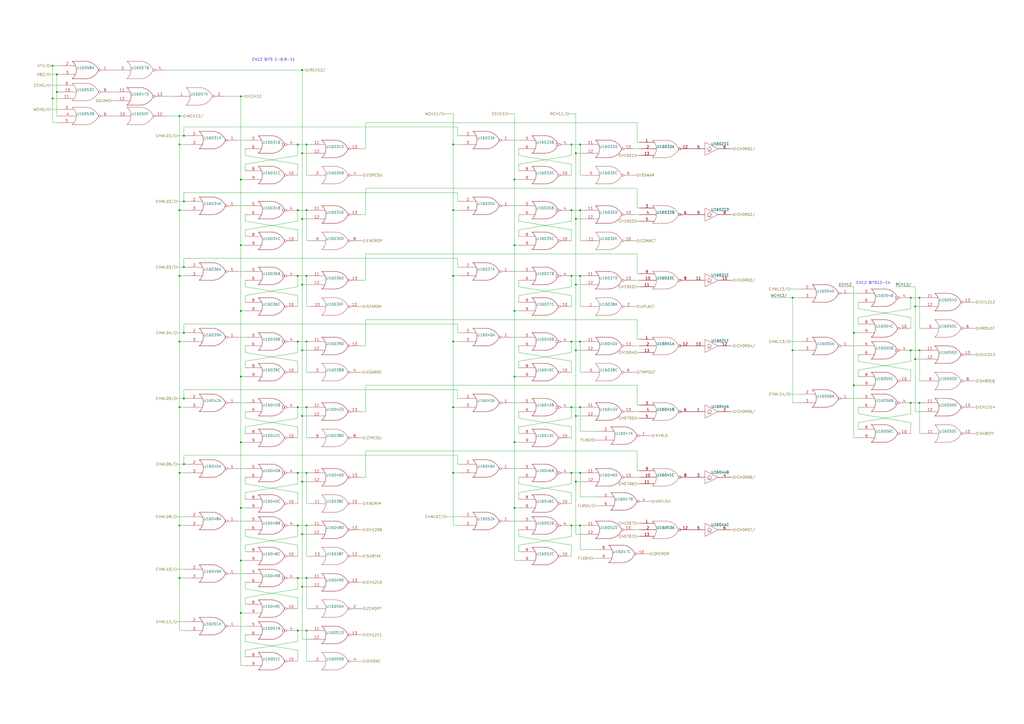
<source format=kicad_sch>
(kicad_sch (version 20211123) (generator eeschema)
  (paper "A2")
  (junction (at 106.68 231.14))
  (junction (at 106.68 154.94))
  (junction (at 175.26 241.3))
  (junction (at 104.14 335.28))
  (junction (at 177.8 335.28))
  (junction (at 334.01 165.1))
  (junction (at 298.45 142.24))
  (junction (at 459.74 203.2))
  (junction (at 177.8 274.32))
  (junction (at 139.7 180.34))
  (junction (at 262.89 274.32))
  (junction (at 104.14 83.82))
  (junction (at 459.74 172.72))
  (junction (at 334.01 279.4))
  (junction (at 530.86 208.28))
  (junction (at 104.14 198.12))
  (junction (at 104.14 274.32))
  (junction (at 336.55 274.32))
  (junction (at 139.7 256.54))
  (junction (at 33.02 43.18))
  (junction (at 334.01 88.9))
  (junction (at 175.26 340.36))
  (junction (at 172.72 304.8))
  (junction (at 139.7 355.6))
  (junction (at 533.4 233.68))
  (junction (at 139.7 55.88))
  (junction (at 334.01 127))
  (junction (at 528.32 172.72))
  (junction (at 30.48 57.15))
  (junction (at 104.14 121.92))
  (junction (at 139.7 325.12))
  (junction (at 172.72 83.82))
  (junction (at 172.72 274.32))
  (junction (at 175.26 127))
  (junction (at 262.89 121.92))
  (junction (at 495.3 193.04))
  (junction (at 175.26 279.4))
  (junction (at 298.45 294.64))
  (junction (at 336.55 198.12))
  (junction (at 177.8 304.8))
  (junction (at 172.72 160.02))
  (junction (at 104.14 236.22))
  (junction (at 175.26 88.9))
  (junction (at 262.89 236.22))
  (junction (at 106.68 116.84))
  (junction (at 334.01 203.2))
  (junction (at 172.72 335.28))
  (junction (at 533.4 172.72))
  (junction (at 177.8 236.22))
  (junction (at 262.89 160.02))
  (junction (at 175.26 40.64))
  (junction (at 262.89 83.82))
  (junction (at 336.55 160.02))
  (junction (at 334.01 241.3))
  (junction (at 336.55 236.22))
  (junction (at 336.55 83.82))
  (junction (at 106.68 193.04))
  (junction (at 298.45 180.34))
  (junction (at 177.8 160.02))
  (junction (at 172.72 198.12))
  (junction (at 177.8 83.82))
  (junction (at 106.68 269.24))
  (junction (at 331.47 121.92))
  (junction (at 104.14 67.31))
  (junction (at 106.68 78.74))
  (junction (at 177.8 121.92))
  (junction (at 175.26 203.2))
  (junction (at 104.14 160.02))
  (junction (at 172.72 121.92))
  (junction (at 30.48 38.1))
  (junction (at 177.8 198.12))
  (junction (at 139.7 142.24))
  (junction (at 336.55 304.8))
  (junction (at 530.86 177.8))
  (junction (at 139.7 218.44))
  (junction (at 262.89 198.12))
  (junction (at 331.47 236.22))
  (junction (at 331.47 304.8))
  (junction (at 298.45 218.44))
  (junction (at 331.47 83.82))
  (junction (at 336.55 121.92))
  (junction (at 495.3 223.52))
  (junction (at 139.7 294.64))
  (junction (at 298.45 256.54))
  (junction (at 331.47 198.12))
  (junction (at 175.26 165.1))
  (junction (at 528.32 203.2))
  (junction (at 533.4 203.2))
  (junction (at 172.72 236.22))
  (junction (at 33.02 53.34))
  (junction (at 172.72 365.76))
  (junction (at 298.45 104.14))
  (junction (at 139.7 104.14))
  (junction (at 528.32 233.68))
  (junction (at 175.26 309.88))
  (junction (at 331.47 160.02))
  (junction (at 177.8 365.76))
  (junction (at 104.14 304.8))
  (junction (at 331.47 274.32))
  (wire (pts (xy 142.24 209.55) (xy 142.24 213.36)))
  (wire (pts (xy 172.72 365.76) (xy 172.72 372.11)))
  (wire (pts (xy 370.84 128.27) (xy 369.57 128.27)))
  (wire (pts (xy 104.14 335.28) (xy 107.95 335.28)))
  (wire (pts (xy 142.24 280.67) (xy 142.24 276.86)))
  (wire (pts (xy 424.18 238.76) (xy 425.45 238.76)))
  (wire (pts (xy 30.48 38.1) (xy 30.48 57.15)))
  (wire (pts (xy 172.72 95.25) (xy 142.24 90.17)))
  (wire (pts (xy 566.42 190.5) (xy 565.15 190.5)))
  (wire (pts (xy 139.7 294.64) (xy 139.7 325.12)))
  (wire (pts (xy 370.84 307.34) (xy 368.3 307.34)))
  (wire (pts (xy 334.01 203.2) (xy 334.01 241.3)))
  (wire (pts (xy 331.47 247.65) (xy 300.99 242.57)))
  (wire (pts (xy 138.43 119.38) (xy 142.24 119.38)))
  (wire (pts (xy 102.87 360.68) (xy 107.95 360.68)))
  (wire (pts (xy 172.72 292.1) (xy 172.72 285.75)))
  (wire (pts (xy 210.82 353.06) (xy 209.55 353.06)))
  (wire (pts (xy 30.48 38.1) (xy 34.29 38.1)))
  (wire (pts (xy 331.47 236.22) (xy 336.55 236.22)))
  (wire (pts (xy 533.4 233.68) (xy 533.4 251.46)))
  (wire (pts (xy 102.87 193.04) (xy 106.68 193.04)))
  (wire (pts (xy 212.09 162.56) (xy 212.09 147.32)))
  (wire (pts (xy 177.8 353.06) (xy 179.07 353.06)))
  (wire (pts (xy 265.43 269.24) (xy 266.7 269.24)))
  (wire (pts (xy 370.84 311.15) (xy 369.57 311.15)))
  (wire (pts (xy 334.01 66.04) (xy 334.01 88.9)))
  (wire (pts (xy 530.86 238.76) (xy 534.67 238.76)))
  (wire (pts (xy 104.14 335.28) (xy 104.14 365.76)))
  (wire (pts (xy 331.47 83.82) (xy 331.47 90.17)))
  (wire (pts (xy 138.43 363.22) (xy 142.24 363.22)))
  (wire (pts (xy 172.72 274.32) (xy 177.8 274.32)))
  (wire (pts (xy 334.01 88.9) (xy 337.82 88.9)))
  (wire (pts (xy 265.43 78.74) (xy 266.7 78.74)))
  (wire (pts (xy 172.72 335.28) (xy 172.72 341.63)))
  (wire (pts (xy 370.84 90.17) (xy 369.57 90.17)))
  (wire (pts (xy 172.72 346.71) (xy 142.24 341.63)))
  (wire (pts (xy 210.82 254) (xy 209.55 254)))
  (wire (pts (xy 175.26 279.4) (xy 179.07 279.4)))
  (wire (pts (xy 262.89 160.02) (xy 266.7 160.02)))
  (wire (pts (xy 30.48 71.12) (xy 34.29 71.12)))
  (wire (pts (xy 262.89 83.82) (xy 266.7 83.82)))
  (wire (pts (xy 138.43 271.78) (xy 142.24 271.78)))
  (wire (pts (xy 369.57 303.53) (xy 370.84 303.53)))
  (wire (pts (xy 138.43 157.48) (xy 142.24 157.48)))
  (wire (pts (xy 495.3 254) (xy 497.84 254)))
  (wire (pts (xy 172.72 90.17) (xy 142.24 95.25)))
  (wire (pts (xy 177.8 365.76) (xy 179.07 365.76)))
  (wire (pts (xy 102.87 78.74) (xy 106.68 78.74)))
  (wire (pts (xy 172.72 83.82) (xy 172.72 90.17)))
  (wire (pts (xy 495.3 166.37) (xy 495.3 193.04)))
  (wire (pts (xy 175.26 40.64) (xy 175.26 88.9)))
  (wire (pts (xy 331.47 90.17) (xy 300.99 95.25)))
  (wire (pts (xy 495.3 166.37) (xy 486.41 166.37)))
  (wire (pts (xy 370.84 200.66) (xy 368.3 200.66)))
  (wire (pts (xy 300.99 280.67) (xy 300.99 276.86)))
  (wire (pts (xy 336.55 121.92) (xy 336.55 139.7)))
  (wire (pts (xy 298.45 218.44) (xy 298.45 256.54)))
  (wire (pts (xy 106.68 116.84) (xy 106.68 111.76)))
  (wire (pts (xy 210.82 177.8) (xy 209.55 177.8)))
  (wire (pts (xy 297.18 233.68) (xy 300.99 233.68)))
  (wire (pts (xy 336.55 121.92) (xy 337.82 121.92)))
  (wire (pts (xy 369.57 109.22) (xy 369.57 120.65)))
  (wire (pts (xy 331.47 236.22) (xy 331.47 242.57)))
  (wire (pts (xy 104.14 160.02) (xy 107.95 160.02)))
  (wire (pts (xy 533.4 251.46) (xy 534.67 251.46)))
  (wire (pts (xy 298.45 142.24) (xy 300.99 142.24)))
  (wire (pts (xy 528.32 214.63) (xy 497.84 209.55)))
  (wire (pts (xy 138.43 332.74) (xy 142.24 332.74)))
  (wire (pts (xy 106.68 187.96) (xy 265.43 187.96)))
  (wire (pts (xy 104.14 236.22) (xy 107.95 236.22)))
  (wire (pts (xy 369.57 101.6) (xy 368.3 101.6)))
  (wire (pts (xy 177.8 335.28) (xy 179.07 335.28)))
  (wire (pts (xy 266.7 299.72) (xy 259.08 299.72)))
  (wire (pts (xy 177.8 215.9) (xy 179.07 215.9)))
  (wire (pts (xy 298.45 218.44) (xy 300.99 218.44)))
  (wire (pts (xy 533.4 203.2) (xy 534.67 203.2)))
  (wire (pts (xy 172.72 121.92) (xy 172.72 128.27)))
  (wire (pts (xy 139.7 256.54) (xy 142.24 256.54)))
  (wire (pts (xy 209.55 276.86) (xy 212.09 276.86)))
  (wire (pts (xy 177.8 254) (xy 179.07 254)))
  (wire (pts (xy 106.68 154.94) (xy 106.68 149.86)))
  (wire (pts (xy 172.72 236.22) (xy 172.72 242.57)))
  (wire (pts (xy 172.72 335.28) (xy 177.8 335.28)))
  (wire (pts (xy 528.32 203.2) (xy 533.4 203.2)))
  (wire (pts (xy 458.47 198.12) (xy 463.55 198.12)))
  (wire (pts (xy 172.72 316.23) (xy 142.24 311.15)))
  (wire (pts (xy 172.72 236.22) (xy 177.8 236.22)))
  (wire (pts (xy 297.18 119.38) (xy 300.99 119.38)))
  (wire (pts (xy 172.72 139.7) (xy 172.72 133.35)))
  (wire (pts (xy 370.84 242.57) (xy 369.57 242.57)))
  (wire (pts (xy 172.72 341.63) (xy 142.24 346.71)))
  (wire (pts (xy 212.09 238.76) (xy 212.09 223.52)))
  (wire (pts (xy 336.55 83.82) (xy 337.82 83.82)))
  (wire (pts (xy 172.72 198.12) (xy 172.72 204.47)))
  (wire (pts (xy 530.86 166.37) (xy 530.86 177.8)))
  (wire (pts (xy 139.7 355.6) (xy 142.24 355.6)))
  (wire (pts (xy 447.04 172.72) (xy 459.74 172.72)))
  (wire (pts (xy 378.46 252.73) (xy 377.19 252.73)))
  (wire (pts (xy 175.26 165.1) (xy 175.26 203.2)))
  (wire (pts (xy 106.68 116.84) (xy 107.95 116.84)))
  (wire (pts (xy 265.43 226.06) (xy 265.43 231.14)))
  (wire (pts (xy 334.01 279.4) (xy 337.82 279.4)))
  (wire (pts (xy 298.45 325.12) (xy 300.99 325.12)))
  (wire (pts (xy 177.8 83.82) (xy 179.07 83.82)))
  (wire (pts (xy 139.7 325.12) (xy 142.24 325.12)))
  (wire (pts (xy 336.55 304.8) (xy 337.82 304.8)))
  (wire (pts (xy 29.21 38.1) (xy 30.48 38.1)))
  (wire (pts (xy 175.26 309.88) (xy 179.07 309.88)))
  (wire (pts (xy 300.99 166.37) (xy 300.99 162.56)))
  (wire (pts (xy 172.72 83.82) (xy 177.8 83.82)))
  (wire (pts (xy 337.82 127) (xy 334.01 127)))
  (wire (pts (xy 300.99 104.14) (xy 298.45 104.14)))
  (wire (pts (xy 106.68 226.06) (xy 265.43 226.06)))
  (wire (pts (xy 177.8 304.8) (xy 179.07 304.8)))
  (wire (pts (xy 177.8 101.6) (xy 179.07 101.6)))
  (wire (pts (xy 495.3 193.04) (xy 497.84 193.04)))
  (wire (pts (xy 177.8 160.02) (xy 177.8 177.8)))
  (wire (pts (xy 336.55 139.7) (xy 337.82 139.7)))
  (wire (pts (xy 331.47 280.67) (xy 300.99 285.75)))
  (wire (pts (xy 138.43 81.28) (xy 142.24 81.28)))
  (wire (pts (xy 212.09 185.42) (xy 369.57 185.42)))
  (wire (pts (xy 369.57 261.62) (xy 369.57 273.05)))
  (wire (pts (xy 497.84 179.07) (xy 497.84 175.26)))
  (wire (pts (xy 172.72 204.47) (xy 142.24 209.55)))
  (wire (pts (xy 138.43 302.26) (xy 142.24 302.26)))
  (wire (pts (xy 172.72 177.8) (xy 172.72 171.45)))
  (wire (pts (xy 331.47 242.57) (xy 300.99 247.65)))
  (wire (pts (xy 262.89 274.32) (xy 266.7 274.32)))
  (wire (pts (xy 300.99 133.35) (xy 300.99 137.16)))
  (wire (pts (xy 34.29 63.5) (xy 29.21 63.5)))
  (wire (pts (xy 212.09 109.22) (xy 369.57 109.22)))
  (wire (pts (xy 209.55 86.36) (xy 212.09 86.36)))
  (wire (pts (xy 102.87 154.94) (xy 106.68 154.94)))
  (wire (pts (xy 172.72 322.58) (xy 172.72 316.23)))
  (wire (pts (xy 106.68 231.14) (xy 107.95 231.14)))
  (wire (pts (xy 369.57 196.85) (xy 370.84 196.85)))
  (wire (pts (xy 297.18 157.48) (xy 300.99 157.48)))
  (wire (pts (xy 369.57 120.65) (xy 370.84 120.65)))
  (wire (pts (xy 106.68 149.86) (xy 265.43 149.86)))
  (wire (pts (xy 30.48 57.15) (xy 34.29 57.15)))
  (wire (pts (xy 336.55 236.22) (xy 336.55 250.19)))
  (wire (pts (xy 495.3 223.52) (xy 495.3 254)))
  (wire (pts (xy 331.47 304.8) (xy 331.47 311.15)))
  (wire (pts (xy 378.46 290.83) (xy 377.19 290.83)))
  (wire (pts (xy 66.04 58.42) (xy 64.77 58.42)))
  (wire (pts (xy 265.43 111.76) (xy 265.43 116.84)))
  (wire (pts (xy 142.24 372.11) (xy 142.24 368.3)))
  (wire (pts (xy 533.4 220.98) (xy 534.67 220.98)))
  (wire (pts (xy 210.82 383.54) (xy 209.55 383.54)))
  (wire (pts (xy 142.24 346.71) (xy 142.24 350.52)))
  (wire (pts (xy 370.84 162.56) (xy 368.3 162.56)))
  (wire (pts (xy 142.24 377.19) (xy 142.24 381)))
  (wire (pts (xy 336.55 198.12) (xy 337.82 198.12)))
  (wire (pts (xy 175.26 340.36) (xy 175.26 370.84)))
  (wire (pts (xy 172.72 121.92) (xy 177.8 121.92)))
  (wire (pts (xy 172.72 285.75) (xy 142.24 280.67)))
  (wire (pts (xy 528.32 233.68) (xy 533.4 233.68)))
  (wire (pts (xy 336.55 250.19) (xy 346.71 250.19)))
  (wire (pts (xy 177.8 383.54) (xy 179.07 383.54)))
  (wire (pts (xy 172.72 304.8) (xy 177.8 304.8)))
  (wire (pts (xy 172.72 383.54) (xy 172.72 377.19)))
  (wire (pts (xy 331.47 133.35) (xy 300.99 128.27)))
  (wire (pts (xy 139.7 55.88) (xy 142.24 55.88)))
  (wire (pts (xy 346.71 255.27) (xy 345.44 255.27)))
  (wire (pts (xy 528.32 240.03) (xy 497.84 245.11)))
  (wire (pts (xy 298.45 294.64) (xy 298.45 325.12)))
  (wire (pts (xy 459.74 172.72) (xy 463.55 172.72)))
  (wire (pts (xy 300.99 95.25) (xy 300.99 99.06)))
  (wire (pts (xy 177.8 274.32) (xy 179.07 274.32)))
  (wire (pts (xy 336.55 198.12) (xy 336.55 215.9)))
  (wire (pts (xy 175.26 279.4) (xy 175.26 309.88)))
  (wire (pts (xy 212.09 223.52) (xy 369.57 223.52)))
  (wire (pts (xy 331.47 304.8) (xy 336.55 304.8)))
  (wire (pts (xy 210.82 307.34) (xy 209.55 307.34)))
  (wire (pts (xy 142.24 166.37) (xy 142.24 162.56)))
  (wire (pts (xy 177.8 139.7) (xy 179.07 139.7)))
  (wire (pts (xy 262.89 198.12) (xy 262.89 236.22)))
  (wire (pts (xy 172.72 254) (xy 172.72 247.65)))
  (wire (pts (xy 459.74 203.2) (xy 463.55 203.2)))
  (wire (pts (xy 494.03 200.66) (xy 497.84 200.66)))
  (wire (pts (xy 530.86 177.8) (xy 534.67 177.8)))
  (wire (pts (xy 370.84 124.46) (xy 368.3 124.46)))
  (wire (pts (xy 530.86 208.28) (xy 530.86 238.76)))
  (wire (pts (xy 262.89 304.8) (xy 266.7 304.8)))
  (wire (pts (xy 210.82 368.3) (xy 209.55 368.3)))
  (wire (pts (xy 298.45 180.34) (xy 298.45 218.44)))
  (wire (pts (xy 331.47 292.1) (xy 331.47 285.75)))
  (wire (pts (xy 142.24 171.45) (xy 142.24 175.26)))
  (wire (pts (xy 177.8 198.12) (xy 179.07 198.12)))
  (wire (pts (xy 104.14 198.12) (xy 107.95 198.12)))
  (wire (pts (xy 298.45 66.04) (xy 298.45 104.14)))
  (wire (pts (xy 265.43 154.94) (xy 266.7 154.94)))
  (wire (pts (xy 331.47 322.58) (xy 331.47 316.23)))
  (wire (pts (xy 528.32 172.72) (xy 533.4 172.72)))
  (wire (pts (xy 96.52 40.64) (xy 175.26 40.64)))
  (wire (pts (xy 172.72 101.6) (xy 172.72 95.25)))
  (wire (pts (xy 172.72 353.06) (xy 172.72 346.71)))
  (wire (pts (xy 177.8 335.28) (xy 177.8 353.06)))
  (wire (pts (xy 300.99 171.45) (xy 300.99 175.26)))
  (wire (pts (xy 106.68 73.66) (xy 265.43 73.66)))
  (wire (pts (xy 139.7 325.12) (xy 139.7 355.6)))
  (wire (pts (xy 336.55 101.6) (xy 337.82 101.6)))
  (wire (pts (xy 331.47 311.15) (xy 300.99 316.23)))
  (wire (pts (xy 331.47 285.75) (xy 300.99 280.67)))
  (wire (pts (xy 172.72 377.19) (xy 142.24 372.11)))
  (wire (pts (xy 297.18 271.78) (xy 300.99 271.78)))
  (wire (pts (xy 331.47 166.37) (xy 300.99 171.45)))
  (wire (pts (xy 336.55 215.9) (xy 337.82 215.9)))
  (wire (pts (xy 331.47 198.12) (xy 336.55 198.12)))
  (wire (pts (xy 265.43 73.66) (xy 265.43 78.74)))
  (wire (pts (xy 175.26 203.2) (xy 179.07 203.2)))
  (wire (pts (xy 336.55 274.32) (xy 337.82 274.32)))
  (wire (pts (xy 528.32 179.07) (xy 497.84 184.15)))
  (wire (pts (xy 528.32 209.55) (xy 497.84 214.63)))
  (wire (pts (xy 369.57 215.9) (xy 368.3 215.9)))
  (wire (pts (xy 172.72 198.12) (xy 177.8 198.12)))
  (wire (pts (xy 175.26 370.84) (xy 179.07 370.84)))
  (wire (pts (xy 172.72 209.55) (xy 142.24 204.47)))
  (wire (pts (xy 528.32 245.11) (xy 497.84 240.03)))
  (wire (pts (xy 106.68 154.94) (xy 107.95 154.94)))
  (wire (pts (xy 300.99 247.65) (xy 300.99 251.46)))
  (wire (pts (xy 96.52 55.88) (xy 100.33 55.88)))
  (wire (pts (xy 336.55 304.8) (xy 336.55 318.77)))
  (wire (pts (xy 369.57 223.52) (xy 369.57 234.95)))
  (wire (pts (xy 104.14 274.32) (xy 104.14 304.8)))
  (wire (pts (xy 566.42 175.26) (xy 565.15 175.26)))
  (wire (pts (xy 370.84 238.76) (xy 368.3 238.76)))
  (wire (pts (xy 142.24 242.57) (xy 142.24 238.76)))
  (wire (pts (xy 494.03 170.18) (xy 497.84 170.18)))
  (wire (pts (xy 298.45 180.34) (xy 300.99 180.34)))
  (wire (pts (xy 142.24 95.25) (xy 142.24 99.06)))
  (wire (pts (xy 139.7 218.44) (xy 142.24 218.44)))
  (wire (pts (xy 331.47 171.45) (xy 300.99 166.37)))
  (wire (pts (xy 142.24 90.17) (xy 142.24 86.36)))
  (wire (pts (xy 334.01 88.9) (xy 334.01 127)))
  (wire (pts (xy 298.45 256.54) (xy 300.99 256.54)))
  (wire (pts (xy 172.72 311.15) (xy 142.24 316.23)))
  (wire (pts (xy 528.32 172.72) (xy 528.32 179.07)))
  (wire (pts (xy 209.55 238.76) (xy 212.09 238.76)))
  (wire (pts (xy 497.84 214.63) (xy 497.84 218.44)))
  (wire (pts (xy 370.84 280.67) (xy 369.57 280.67)))
  (wire (pts (xy 369.57 177.8) (xy 368.3 177.8)))
  (wire (pts (xy 172.72 280.67) (xy 142.24 285.75)))
  (wire (pts (xy 142.24 311.15) (xy 142.24 307.34)))
  (wire (pts (xy 139.7 180.34) (xy 139.7 218.44)))
  (wire (pts (xy 172.72 128.27) (xy 142.24 133.35)))
  (wire (pts (xy 139.7 142.24) (xy 142.24 142.24)))
  (wire (pts (xy 106.68 78.74) (xy 107.95 78.74)))
  (wire (pts (xy 331.47 101.6) (xy 331.47 95.25)))
  (wire (pts (xy 175.26 165.1) (xy 179.07 165.1)))
  (wire (pts (xy 298.45 66.04) (xy 294.64 66.04)))
  (wire (pts (xy 331.47 160.02) (xy 331.47 166.37)))
  (wire (pts (xy 142.24 285.75) (xy 142.24 289.56)))
  (wire (pts (xy 175.26 340.36) (xy 179.07 340.36)))
  (wire (pts (xy 212.09 124.46) (xy 212.09 109.22)))
  (wire (pts (xy 209.55 124.46) (xy 212.09 124.46)))
  (wire (pts (xy 331.47 160.02) (xy 336.55 160.02)))
  (wire (pts (xy 107.95 83.82) (xy 104.14 83.82)))
  (wire (pts (xy 210.82 101.6) (xy 209.55 101.6)))
  (wire (pts (xy 262.89 198.12) (xy 266.7 198.12)))
  (wire (pts (xy 172.72 215.9) (xy 172.72 209.55)))
  (wire (pts (xy 533.4 203.2) (xy 533.4 220.98)))
  (wire (pts (xy 424.18 124.46) (xy 425.45 124.46)))
  (wire (pts (xy 138.43 195.58) (xy 142.24 195.58)))
  (wire (pts (xy 331.47 254) (xy 331.47 247.65)))
  (wire (pts (xy 177.8 236.22) (xy 177.8 254)))
  (wire (pts (xy 377.19 321.31) (xy 375.92 321.31)))
  (wire (pts (xy 139.7 294.64) (xy 142.24 294.64)))
  (wire (pts (xy 212.09 71.12) (xy 369.57 71.12)))
  (wire (pts (xy 262.89 121.92) (xy 266.7 121.92)))
  (wire (pts (xy 172.72 166.37) (xy 142.24 171.45)))
  (wire (pts (xy 106.68 231.14) (xy 106.68 226.06)))
  (wire (pts (xy 298.45 142.24) (xy 298.45 180.34)))
  (wire (pts (xy 139.7 180.34) (xy 142.24 180.34)))
  (wire (pts (xy 177.8 121.92) (xy 179.07 121.92)))
  (wire (pts (xy 345.44 323.85) (xy 344.17 323.85)))
  (wire (pts (xy 334.01 66.04) (xy 330.2 66.04)))
  (wire (pts (xy 533.4 172.72) (xy 533.4 190.5)))
  (wire (pts (xy 265.43 264.16) (xy 265.43 269.24)))
  (wire (pts (xy 104.14 236.22) (xy 104.14 274.32)))
  (wire (pts (xy 177.8 198.12) (xy 177.8 215.9)))
  (wire (pts (xy 533.4 172.72) (xy 534.67 172.72)))
  (wire (pts (xy 175.26 88.9) (xy 175.26 127)))
  (wire (pts (xy 262.89 83.82) (xy 262.89 121.92)))
  (wire (pts (xy 102.87 231.14) (xy 106.68 231.14)))
  (wire (pts (xy 139.7 218.44) (xy 139.7 256.54)))
  (wire (pts (xy 262.89 121.92) (xy 262.89 160.02)))
  (wire (pts (xy 142.24 247.65) (xy 142.24 251.46)))
  (wire (pts (xy 297.18 302.26) (xy 300.99 302.26)))
  (wire (pts (xy 262.89 274.32) (xy 262.89 304.8)))
  (wire (pts (xy 300.99 209.55) (xy 300.99 213.36)))
  (wire (pts (xy 300.99 285.75) (xy 300.99 289.56)))
  (wire (pts (xy 495.3 193.04) (xy 495.3 223.52)))
  (wire (pts (xy 336.55 236.22) (xy 337.82 236.22)))
  (wire (pts (xy 175.26 40.64) (xy 177.8 40.64)))
  (wire (pts (xy 530.86 177.8) (xy 530.86 208.28)))
  (wire (pts (xy 369.57 139.7) (xy 368.3 139.7)))
  (wire (pts (xy 336.55 83.82) (xy 336.55 101.6)))
  (wire (pts (xy 175.26 309.88) (xy 175.26 340.36)))
  (wire (pts (xy 424.18 162.56) (xy 425.45 162.56)))
  (wire (pts (xy 104.14 365.76) (xy 107.95 365.76)))
  (wire (pts (xy 106.68 193.04) (xy 106.68 187.96)))
  (wire (pts (xy 331.47 274.32) (xy 336.55 274.32)))
  (wire (pts (xy 336.55 160.02) (xy 337.82 160.02)))
  (wire (pts (xy 104.14 198.12) (xy 104.14 236.22)))
  (wire (pts (xy 566.42 236.22) (xy 565.15 236.22)))
  (wire (pts (xy 265.43 193.04) (xy 266.7 193.04)))
  (wire (pts (xy 177.8 322.58) (xy 179.07 322.58)))
  (wire (pts (xy 497.84 245.11) (xy 497.84 248.92)))
  (wire (pts (xy 29.21 43.18) (xy 33.02 43.18)))
  (wire (pts (xy 212.09 200.66) (xy 212.09 185.42)))
  (wire (pts (xy 424.18 276.86) (xy 425.45 276.86)))
  (wire (pts (xy 331.47 121.92) (xy 331.47 128.27)))
  (wire (pts (xy 142.24 316.23) (xy 142.24 320.04)))
  (wire (pts (xy 33.02 43.18) (xy 34.29 43.18)))
  (wire (pts (xy 494.03 231.14) (xy 497.84 231.14)))
  (wire (pts (xy 528.32 184.15) (xy 497.84 179.07)))
  (wire (pts (xy 334.01 241.3) (xy 337.82 241.3)))
  (wire (pts (xy 265.43 231.14) (xy 266.7 231.14)))
  (wire (pts (xy 209.55 200.66) (xy 212.09 200.66)))
  (wire (pts (xy 331.47 274.32) (xy 331.47 280.67)))
  (wire (pts (xy 331.47 209.55) (xy 300.99 204.47)))
  (wire (pts (xy 424.18 86.36) (xy 425.45 86.36)))
  (wire (pts (xy 298.45 104.14) (xy 298.45 142.24)))
  (wire (pts (xy 212.09 86.36) (xy 212.09 71.12)))
  (wire (pts (xy 336.55 318.77) (xy 345.44 318.77)))
  (wire (pts (xy 298.45 294.64) (xy 300.99 294.64)))
  (wire (pts (xy 497.84 184.15) (xy 497.84 187.96)))
  (wire (pts (xy 33.02 43.18) (xy 33.02 53.34)))
  (wire (pts (xy 175.26 241.3) (xy 179.07 241.3)))
  (wire (pts (xy 262.89 236.22) (xy 262.89 274.32)))
  (wire (pts (xy 102.87 116.84) (xy 106.68 116.84)))
  (wire (pts (xy 210.82 139.7) (xy 209.55 139.7)))
  (wire (pts (xy 106.68 264.16) (xy 265.43 264.16)))
  (wire (pts (xy 104.14 304.8) (xy 107.95 304.8)))
  (wire (pts (xy 334.01 203.2) (xy 337.82 203.2)))
  (wire (pts (xy 331.47 128.27) (xy 300.99 133.35)))
  (wire (pts (xy 177.8 177.8) (xy 179.07 177.8)))
  (wire (pts (xy 331.47 139.7) (xy 331.47 133.35)))
  (wire (pts (xy 142.24 133.35) (xy 142.24 137.16)))
  (wire (pts (xy 102.87 269.24) (xy 106.68 269.24)))
  (wire (pts (xy 424.18 200.66) (xy 425.45 200.66)))
  (wire (pts (xy 138.43 233.68) (xy 142.24 233.68)))
  (wire (pts (xy 528.32 220.98) (xy 528.32 214.63)))
  (wire (pts (xy 104.14 67.31) (xy 104.14 83.82)))
  (wire (pts (xy 566.42 251.46) (xy 565.15 251.46)))
  (wire (pts (xy 530.86 208.28) (xy 534.67 208.28)))
  (wire (pts (xy 334.01 241.3) (xy 334.01 279.4)))
  (wire (pts (xy 104.14 160.02) (xy 104.14 198.12)))
  (wire (pts (xy 336.55 160.02) (xy 336.55 177.8)))
  (wire (pts (xy 262.89 66.04) (xy 257.81 66.04)))
  (wire (pts (xy 106.68 193.04) (xy 107.95 193.04)))
  (wire (pts (xy 370.84 204.47) (xy 369.57 204.47)))
  (wire (pts (xy 212.09 276.86) (xy 212.09 261.62)))
  (wire (pts (xy 210.82 292.1) (xy 209.55 292.1)))
  (wire (pts (xy 331.47 121.92) (xy 336.55 121.92)))
  (wire (pts (xy 177.8 304.8) (xy 177.8 322.58)))
  (wire (pts (xy 139.7 386.08) (xy 142.24 386.08)))
  (wire (pts (xy 139.7 142.24) (xy 139.7 180.34)))
  (wire (pts (xy 262.89 66.04) (xy 262.89 83.82)))
  (wire (pts (xy 369.57 82.55) (xy 370.84 82.55)))
  (wire (pts (xy 175.26 127) (xy 179.07 127)))
  (wire (pts (xy 458.47 228.6) (xy 463.55 228.6)))
  (wire (pts (xy 497.84 209.55) (xy 497.84 205.74)))
  (wire (pts (xy 142.24 204.47) (xy 142.24 200.66)))
  (wire (pts (xy 331.47 204.47) (xy 300.99 209.55)))
  (wire (pts (xy 172.72 365.76) (xy 177.8 365.76)))
  (wire (pts (xy 370.84 166.37) (xy 369.57 166.37)))
  (wire (pts (xy 172.72 372.11) (xy 142.24 377.19)))
  (wire (pts (xy 139.7 355.6) (xy 139.7 386.08)))
  (wire (pts (xy 262.89 236.22) (xy 266.7 236.22)))
  (wire (pts (xy 334.01 165.1) (xy 334.01 203.2)))
  (wire (pts (xy 172.72 274.32) (xy 172.72 280.67)))
  (wire (pts (xy 33.02 67.31) (xy 34.29 67.31)))
  (wire (pts (xy 139.7 55.88) (xy 139.7 104.14)))
  (wire (pts (xy 265.43 116.84) (xy 266.7 116.84)))
  (wire (pts (xy 104.14 83.82) (xy 104.14 121.92)))
  (wire (pts (xy 64.77 67.31) (xy 66.04 67.31)))
  (wire (pts (xy 458.47 167.64) (xy 463.55 167.64)))
  (wire (pts (xy 334.01 279.4) (xy 334.01 309.88)))
  (wire (pts (xy 104.14 274.32) (xy 107.95 274.32)))
  (wire (pts (xy 106.68 78.74) (xy 106.68 73.66)))
  (wire (pts (xy 139.7 104.14) (xy 139.7 142.24)))
  (wire (pts (xy 64.77 40.64) (xy 66.04 40.64)))
  (wire (pts (xy 34.29 49.53) (xy 29.21 49.53)))
  (wire (pts (xy 172.72 304.8) (xy 172.72 311.15)))
  (wire (pts (xy 331.47 177.8) (xy 331.47 171.45)))
  (wire (pts (xy 172.72 133.35) (xy 142.24 128.27)))
  (wire (pts (xy 172.72 160.02) (xy 172.72 166.37)))
  (wire (pts (xy 336.55 274.32) (xy 336.55 288.29)))
  (wire (pts (xy 106.68 269.24) (xy 107.95 269.24)))
  (wire (pts (xy 175.26 127) (xy 175.26 165.1)))
  (wire (pts (xy 104.14 121.92) (xy 104.14 160.02)))
  (wire (pts (xy 566.42 220.98) (xy 565.15 220.98)))
  (wire (pts (xy 300.99 316.23) (xy 300.99 320.04)))
  (wire (pts (xy 566.42 205.74) (xy 565.15 205.74)))
  (wire (pts (xy 175.26 203.2) (xy 175.26 241.3)))
  (wire (pts (xy 104.14 67.31) (xy 106.68 67.31)))
  (wire (pts (xy 300.99 204.47) (xy 300.99 200.66)))
  (wire (pts (xy 177.8 160.02) (xy 179.07 160.02)))
  (wire (pts (xy 297.18 81.28) (xy 300.99 81.28)))
  (wire (pts (xy 336.55 288.29) (xy 346.71 288.29)))
  (wire (pts (xy 212.09 147.32) (xy 369.57 147.32)))
  (wire (pts (xy 530.86 166.37) (xy 519.43 166.37)))
  (wire (pts (xy 175.26 88.9) (xy 179.07 88.9)))
  (wire (pts (xy 172.72 247.65) (xy 142.24 242.57)))
  (wire (pts (xy 300.99 128.27) (xy 300.99 124.46)))
  (wire (pts (xy 459.74 172.72) (xy 459.74 203.2)))
  (wire (pts (xy 369.57 147.32) (xy 369.57 158.75)))
  (wire (pts (xy 265.43 187.96) (xy 265.43 193.04)))
  (wire (pts (xy 30.48 57.15) (xy 30.48 71.12)))
  (wire (pts (xy 331.47 316.23) (xy 300.99 311.15)))
  (wire (pts (xy 177.8 292.1) (xy 179.07 292.1)))
  (wire (pts (xy 139.7 256.54) (xy 139.7 294.64)))
  (wire (pts (xy 369.57 158.75) (xy 370.84 158.75)))
  (wire (pts (xy 142.24 128.27) (xy 142.24 124.46)))
  (wire (pts (xy 331.47 83.82) (xy 336.55 83.82)))
  (wire (pts (xy 334.01 127) (xy 334.01 165.1)))
  (wire (pts (xy 210.82 215.9) (xy 209.55 215.9)))
  (wire (pts (xy 130.81 55.88) (xy 139.7 55.88)))
  (wire (pts (xy 106.68 269.24) (xy 106.68 264.16)))
  (wire (pts (xy 104.14 121.92) (xy 107.95 121.92)))
  (wire (pts (xy 96.52 67.31) (xy 104.14 67.31)))
  (wire (pts (xy 334.01 165.1) (xy 337.82 165.1)))
  (wire (pts (xy 528.32 190.5) (xy 528.32 184.15)))
  (wire (pts (xy 300.99 90.17) (xy 300.99 86.36)))
  (wire (pts (xy 528.32 251.46) (xy 528.32 245.11)))
  (wire (pts (xy 331.47 198.12) (xy 331.47 204.47)))
  (wire (pts (xy 102.87 330.2) (xy 107.95 330.2)))
  (wire (pts (xy 334.01 309.88) (xy 337.82 309.88)))
  (wire (pts (xy 533.4 233.68) (xy 534.67 233.68)))
  (wire (pts (xy 177.8 83.82) (xy 177.8 101.6)))
  (wire (pts (xy 265.43 149.86) (xy 265.43 154.94)))
  (wire (pts (xy 369.57 185.42) (xy 369.57 196.85)))
  (wire (pts (xy 370.84 86.36) (xy 368.3 86.36)))
  (wire (pts (xy 172.72 242.57) (xy 142.24 247.65)))
  (wire (pts (xy 497.84 240.03) (xy 497.84 236.22)))
  (wire (pts (xy 175.26 241.3) (xy 175.26 279.4)))
  (wire (pts (xy 369.57 71.12) (xy 369.57 82.55)))
  (wire (pts (xy 177.8 121.92) (xy 177.8 139.7)))
  (wire (pts (xy 369.57 234.95) (xy 370.84 234.95)))
  (wire (pts (xy 106.68 111.76) (xy 265.43 111.76)))
  (wire (pts (xy 172.72 160.02) (xy 177.8 160.02)))
  (wire (pts (xy 104.14 304.8) (xy 104.14 335.28)))
  (wire (pts (xy 139.7 104.14) (xy 142.24 104.14)))
  (wire (pts (xy 424.18 307.34) (xy 425.45 307.34)))
  (wire (pts (xy 495.3 223.52) (xy 497.84 223.52)))
  (wire (pts (xy 66.04 53.34) (xy 64.77 53.34)))
  (wire (pts (xy 297.18 195.58) (xy 300.99 195.58)))
  (wire (pts (xy 212.09 261.62) (xy 369.57 261.62)))
  (wire (pts (xy 336.55 177.8) (xy 337.82 177.8)))
  (wire (pts (xy 177.8 365.76) (xy 177.8 383.54)))
  (wire (pts (xy 533.4 190.5) (xy 534.67 190.5)))
  (wire (pts (xy 33.02 53.34) (xy 33.02 67.31)))
  (wire (pts (xy 459.74 233.68) (xy 463.55 233.68)))
  (wire (pts (xy 369.57 273.05) (xy 370.84 273.05)))
  (wire (pts (xy 210.82 322.58) (xy 209.55 322.58)))
  (wire (pts (xy 177.8 274.32) (xy 177.8 292.1)))
  (wire (pts (xy 331.47 215.9) (xy 331.47 209.55)))
  (wire (pts (xy 209.55 162.56) (xy 212.09 162.56)))
  (wire (pts (xy 300.99 242.57) (xy 300.99 238.76)))
  (wire (pts (xy 346.71 293.37) (xy 345.44 293.37)))
  (wire (pts (xy 298.45 256.54) (xy 298.45 294.64)))
  (wire (pts (xy 528.32 203.2) (xy 528.32 209.55)))
  (wire (pts (xy 102.87 299.72) (xy 107.95 299.72)))
  (wire (pts (xy 33.02 53.34) (xy 34.29 53.34)))
  (wire (pts (xy 262.89 160.02) (xy 262.89 198.12)))
  (wire (pts (xy 172.72 171.45) (xy 142.24 166.37)))
  (wire (pts (xy 300.99 311.15) (xy 300.99 307.34)))
  (wire (pts (xy 331.47 95.25) (xy 300.99 90.17)))
  (wire (pts (xy 370.84 276.86) (xy 368.3 276.86)))
  (wire (pts (xy 177.8 236.22) (xy 179.07 236.22)))
  (wire (pts (xy 142.24 341.63) (xy 142.24 337.82)))
  (wire (pts (xy 210.82 337.82) (xy 209.55 337.82)))
  (wire (pts (xy 459.74 203.2) (xy 459.74 233.68)))
  (wire (pts (xy 528.32 233.68) (xy 528.32 240.03)))
  (text "CH12 BITS 1-6,9-11" (at 146.05 35.56 0) (effects (font (size 1.524 1.524)) (justify left bottom)))
  (text "CH12 BITS12-14" (at 496.57 165.1 0) (effects (font (size 1.524 1.524)) (justify left bottom)))
  (label "RCH12/" (at 519.43 166.37 0) (effects (font (size 1.524 1.524))))
  (label "WCH12/" (at 447.04 172.72 0) (effects (font (size 1.524 1.524))))
  (label "CCH12" (at 486.41 166.37 0) (effects (font (size 1.524 1.524))))
  (hierarchical_label "CHWL10/" (shape input) (at 102.87 330.2 180) (effects (font (size 1.524 1.524))))
  (hierarchical_label "CHWL02/" (shape input) (at 102.87 116.84 180) (effects (font (size 1.524 1.524))))
  (hierarchical_label "CH1207" (shape input) (at 369.57 303.53 180) (effects (font (size 1.524 1.524))))
  (hierarchical_label "CHWL04/" (shape input) (at 102.87 193.04 180) (effects (font (size 1.524 1.524))))
  (hierarchical_label "CHWL14/" (shape input) (at 458.47 228.6 180) (effects (font (size 1.524 1.524))))
  (hierarchical_label "ENERIM" (shape output) (at 210.82 292.1 0) (effects (font (size 1.524 1.524))))
  (hierarchical_label "CHWL12/" (shape input) (at 458.47 167.64 180) (effects (font (size 1.524 1.524))))
  (hierarchical_label "CH1209" (shape output) (at 210.82 307.34 0) (effects (font (size 1.524 1.524))))
  (hierarchical_label "CHOR04/" (shape output) (at 425.45 200.66 0) (effects (font (size 1.524 1.524))))
  (hierarchical_label "CHOR07/" (shape output) (at 425.45 307.34 0) (effects (font (size 1.524 1.524))))
  (hierarchical_label "VNFLSH" (shape output) (at 378.46 290.83 0) (effects (font (size 1.524 1.524))))
  (hierarchical_label "WCH11/" (shape input) (at 257.81 66.04 180) (effects (font (size 1.524 1.524))))
  (hierarchical_label "CH0706" (shape input) (at 369.57 280.67 180) (effects (font (size 1.524 1.524))))
  (hierarchical_label "CHWL07/" (shape input) (at 259.08 299.72 180) (effects (font (size 1.524 1.524))))
  (hierarchical_label "COMACT" (shape output) (at 369.57 139.7 0) (effects (font (size 1.524 1.524))))
  (hierarchical_label "XT1/" (shape input) (at 29.21 38.1 180) (effects (font (size 1.524 1.524))))
  (hierarchical_label "FLASH" (shape input) (at 344.17 323.85 180) (effects (font (size 1.524 1.524))))
  (hierarchical_label "CHWL03/" (shape input) (at 102.87 154.94 180) (effects (font (size 1.524 1.524))))
  (hierarchical_label "CHOR01/" (shape output) (at 425.45 86.36 0) (effects (font (size 1.524 1.524))))
  (hierarchical_label "OPEROR" (shape output) (at 377.19 321.31 0) (effects (font (size 1.524 1.524))))
  (hierarchical_label "DISDAC" (shape output) (at 210.82 383.54 0) (effects (font (size 1.524 1.524))))
  (hierarchical_label "CHWL05/" (shape input) (at 102.87 231.14 180) (effects (font (size 1.524 1.524))))
  (hierarchical_label "STARON" (shape output) (at 210.82 177.8 0) (effects (font (size 1.524 1.524))))
  (hierarchical_label "CH1503" (shape input) (at 369.57 166.37 180) (effects (font (size 1.524 1.524))))
  (hierarchical_label "CHOR02/" (shape output) (at 425.45 124.46 0) (effects (font (size 1.524 1.524))))
  (hierarchical_label "ZOPCDU" (shape output) (at 210.82 101.6 0) (effects (font (size 1.524 1.524))))
  (hierarchical_label "UPLACT" (shape output) (at 369.57 177.8 0) (effects (font (size 1.524 1.524))))
  (hierarchical_label "CH1502" (shape input) (at 369.57 128.27 180) (effects (font (size 1.524 1.524))))
  (hierarchical_label "CH1211" (shape output) (at 210.82 368.3 0) (effects (font (size 1.524 1.524))))
  (hierarchical_label "ISSWAR" (shape output) (at 369.57 101.6 0) (effects (font (size 1.524 1.524))))
  (hierarchical_label "CHOR06/" (shape output) (at 425.45 276.86 0) (effects (font (size 1.524 1.524))))
  (hierarchical_label "WCH12/" (shape output) (at 106.68 67.31 0) (effects (font (size 1.524 1.524))))
  (hierarchical_label "CCH12" (shape output) (at 142.24 55.88 0) (effects (font (size 1.524 1.524))))
  (hierarchical_label "XB2/" (shape input) (at 29.21 43.18 180) (effects (font (size 1.524 1.524))))
  (hierarchical_label "ENEROP" (shape output) (at 210.82 139.7 0) (effects (font (size 1.524 1.524))))
  (hierarchical_label "ZIMCDU" (shape output) (at 210.82 254 0) (effects (font (size 1.524 1.524))))
  (hierarchical_label "CHWL13/" (shape input) (at 458.47 198.12 180) (effects (font (size 1.524 1.524))))
  (hierarchical_label "FLASH/" (shape input) (at 345.44 293.37 180) (effects (font (size 1.524 1.524))))
  (hierarchical_label "S4BSEQ" (shape output) (at 566.42 220.98 0) (effects (font (size 1.524 1.524))))
  (hierarchical_label "CH1214" (shape output) (at 566.42 236.22 0) (effects (font (size 1.524 1.524))))
  (hierarchical_label "CCH11" (shape input) (at 294.64 66.04 180) (effects (font (size 1.524 1.524))))
  (hierarchical_label "FLASH" (shape input) (at 345.44 255.27 180) (effects (font (size 1.524 1.524))))
  (hierarchical_label "CHWL11/" (shape input) (at 102.87 360.68 180) (effects (font (size 1.524 1.524))))
  (hierarchical_label "CH1501" (shape input) (at 369.57 90.17 180) (effects (font (size 1.524 1.524))))
  (hierarchical_label "CH1212" (shape output) (at 566.42 175.26 0) (effects (font (size 1.524 1.524))))
  (hierarchical_label "CH0705" (shape input) (at 369.57 242.57 180) (effects (font (size 1.524 1.524))))
  (hierarchical_label "CHWL01/" (shape input) (at 102.87 78.74 180) (effects (font (size 1.524 1.524))))
  (hierarchical_label "CHWL09/" (shape input) (at 102.87 299.72 180) (effects (font (size 1.524 1.524))))
  (hierarchical_label "S4BOFF" (shape output) (at 566.42 251.46 0) (effects (font (size 1.524 1.524))))
  (hierarchical_label "CHWL06/" (shape input) (at 102.87 269.24 180) (effects (font (size 1.524 1.524))))
  (hierarchical_label "CHOR03/" (shape output) (at 425.45 162.56 0) (effects (font (size 1.524 1.524))))
  (hierarchical_label "CH1504" (shape input) (at 369.57 204.47 180) (effects (font (size 1.524 1.524))))
  (hierarchical_label "RCH11/" (shape input) (at 330.2 66.04 180) (effects (font (size 1.524 1.524))))
  (hierarchical_label "ZEROPT" (shape output) (at 210.82 353.06 0) (effects (font (size 1.524 1.524))))
  (hierarchical_label "CCHG/" (shape input) (at 29.21 49.53 180) (effects (font (size 1.524 1.524))))
  (hierarchical_label "CH0707" (shape input) (at 369.57 311.15 180) (effects (font (size 1.524 1.524))))
  (hierarchical_label "CHOR05/" (shape output) (at 425.45 238.76 0) (effects (font (size 1.524 1.524))))
  (hierarchical_label "CH1210" (shape output) (at 210.82 337.82 0) (effects (font (size 1.524 1.524))))
  (hierarchical_label "WCHG/" (shape input) (at 29.21 63.5 180) (effects (font (size 1.524 1.524))))
  (hierarchical_label "RCH12/" (shape output) (at 177.8 40.64 0) (effects (font (size 1.524 1.524))))
  (hierarchical_label "KYRLS" (shape output) (at 378.46 252.73 0) (effects (font (size 1.524 1.524))))
  (hierarchical_label "GOJAM" (shape input) (at 64.77 58.42 180) (effects (font (size 1.524 1.524))))
  (hierarchical_label "S4BTAK" (shape output) (at 210.82 322.58 0) (effects (font (size 1.524 1.524))))
  (hierarchical_label "TMPOUT" (shape output) (at 369.57 215.9 0) (effects (font (size 1.524 1.524))))
  (hierarchical_label "CH1213" (shape output) (at 566.42 205.74 0) (effects (font (size 1.524 1.524))))
  (hierarchical_label "COARSE" (shape output) (at 210.82 215.9 0) (effects (font (size 1.524 1.524))))
  (hierarchical_label "MROLGT" (shape output) (at 566.42 190.5 0) (effects (font (size 1.524 1.524))))
  (symbol (lib_id "agc_kicad_components:74HC02") (at 123.19 81.28 0) (unit 1)
    (property "Reference" "U16031" (at 123.19 80.01 0) (effects (font (size 1.524 1.524))))
  )
  (symbol (lib_id "agc_kicad_components:74HC02") (at 157.48 83.82 0) (unit 2)
    (property "Reference" "U16031" (at 157.48 82.55 0) (effects (font (size 1.524 1.524))))
    (property "Initial" "1" (at 163.83 83.82 0) (effects (font (size 1.524 1.524) italic)))
  )
  (symbol (lib_id "agc_kicad_components:74HC02") (at 157.48 101.6 0) (unit 3)
    (property "Reference" "U16031" (at 157.48 100.33 0) (effects (font (size 1.524 1.524))))
  )
  (symbol (lib_id "agc_kicad_components:74HC02") (at 194.31 86.36 0) (unit 4)
    (property "Reference" "U16031" (at 194.31 85.09 0) (effects (font (size 1.524 1.524))))
  )
  (symbol (lib_id "agc_kicad_components:74HC04") (at 194.31 101.6 0) (unit 2)
    (property "Reference" "U16030" (at 194.31 100.33 0) (effects (font (size 1.524 1.524))))
  )
  (symbol (lib_id "agc_kicad_components:74HC02") (at 281.94 81.28 0) (unit 1)
    (property "Reference" "U16033" (at 281.94 80.01 0) (effects (font (size 1.524 1.524))))
  )
  (symbol (lib_id "agc_kicad_components:74HC02") (at 316.23 83.82 0) (unit 2)
    (property "Reference" "U16033" (at 316.23 82.55 0) (effects (font (size 1.524 1.524))))
    (property "Initial" "1" (at 322.58 83.82 0) (effects (font (size 1.524 1.524) italic)))
  )
  (symbol (lib_id "agc_kicad_components:74HC02") (at 316.23 101.6 0) (unit 3)
    (property "Reference" "U16033" (at 316.23 100.33 0) (effects (font (size 1.524 1.524))))
  )
  (symbol (lib_id "agc_kicad_components:74HC02") (at 353.06 86.36 0) (unit 4)
    (property "Reference" "U16033" (at 353.06 85.09 0) (effects (font (size 1.524 1.524))))
  )
  (symbol (lib_id "agc_kicad_components:74HC04") (at 353.06 101.6 0) (unit 3)
    (property "Reference" "U16030" (at 353.06 100.33 0) (effects (font (size 1.524 1.524))))
  )
  (symbol (lib_id "agc_kicad_components:74HC27") (at 386.08 86.36 0) (unit 1)
    (property "Reference" "U16032" (at 386.08 85.09 0) (effects (font (size 1.524 1.524))))
  )
  (symbol (lib_id "agc_kicad_components:74LVC07") (at 412.75 86.36 0) (unit 3)
    (property "Reference" "U16021" (at 417.703 83.439 0) (effects (font (size 1.524 1.524))))
  )
  (symbol (lib_id "agc_kicad_components:74HC02") (at 123.19 119.38 0) (unit 1)
    (property "Reference" "U16034" (at 123.19 118.11 0) (effects (font (size 1.524 1.524))))
  )
  (symbol (lib_id "agc_kicad_components:74HC02") (at 157.48 121.92 0) (unit 2)
    (property "Reference" "U16034" (at 157.48 120.65 0) (effects (font (size 1.524 1.524))))
    (property "Initial" "1" (at 163.83 121.92 0) (effects (font (size 1.524 1.524) italic)))
  )
  (symbol (lib_id "agc_kicad_components:74HC02") (at 157.48 139.7 0) (unit 3)
    (property "Reference" "U16034" (at 157.48 138.43 0) (effects (font (size 1.524 1.524))))
  )
  (symbol (lib_id "agc_kicad_components:74HC02") (at 194.31 124.46 0) (unit 4)
    (property "Reference" "U16034" (at 194.31 123.19 0) (effects (font (size 1.524 1.524))))
  )
  (symbol (lib_id "agc_kicad_components:74HC04") (at 194.31 139.7 0) (unit 4)
    (property "Reference" "U16030" (at 194.31 138.43 0) (effects (font (size 1.524 1.524))))
  )
  (symbol (lib_id "agc_kicad_components:74HC02") (at 281.94 119.38 0) (unit 1)
    (property "Reference" "U16035" (at 281.94 118.11 0) (effects (font (size 1.524 1.524))))
  )
  (symbol (lib_id "agc_kicad_components:74HC02") (at 316.23 121.92 0) (unit 2)
    (property "Reference" "U16035" (at 316.23 120.65 0) (effects (font (size 1.524 1.524))))
    (property "Initial" "1" (at 322.58 121.92 0) (effects (font (size 1.524 1.524) italic)))
  )
  (symbol (lib_id "agc_kicad_components:74HC02") (at 316.23 139.7 0) (unit 3)
    (property "Reference" "U16035" (at 316.23 138.43 0) (effects (font (size 1.524 1.524))))
  )
  (symbol (lib_id "agc_kicad_components:74HC02") (at 353.06 124.46 0) (unit 4)
    (property "Reference" "U16035" (at 353.06 123.19 0) (effects (font (size 1.524 1.524))))
  )
  (symbol (lib_id "agc_kicad_components:74HC04") (at 353.06 139.7 0) (unit 5)
    (property "Reference" "U16030" (at 353.06 138.43 0) (effects (font (size 1.524 1.524))))
  )
  (symbol (lib_id "agc_kicad_components:74HC27") (at 386.08 124.46 0) (unit 2)
    (property "Reference" "U16032" (at 386.08 123.19 0) (effects (font (size 1.524 1.524))))
  )
  (symbol (lib_id "agc_kicad_components:74LVC07") (at 412.75 124.46 0) (unit 4)
    (property "Reference" "U16021" (at 417.703 121.539 0) (effects (font (size 1.524 1.524))))
  )
  (symbol (lib_id "agc_kicad_components:74HC02") (at 123.19 157.48 0) (unit 1)
    (property "Reference" "U16036" (at 123.19 156.21 0) (effects (font (size 1.524 1.524))))
  )
  (symbol (lib_id "agc_kicad_components:74HC02") (at 157.48 160.02 0) (unit 2)
    (property "Reference" "U16036" (at 157.48 158.75 0) (effects (font (size 1.524 1.524))))
    (property "Initial" "1" (at 163.83 160.02 0) (effects (font (size 1.524 1.524) italic)))
  )
  (symbol (lib_id "agc_kicad_components:74HC02") (at 157.48 177.8 0) (unit 3)
    (property "Reference" "U16036" (at 157.48 176.53 0) (effects (font (size 1.524 1.524))))
  )
  (symbol (lib_id "agc_kicad_components:74HC02") (at 194.31 162.56 0) (unit 4)
    (property "Reference" "U16036" (at 194.31 161.29 0) (effects (font (size 1.524 1.524))))
  )
  (symbol (lib_id "agc_kicad_components:74HC04") (at 194.31 177.8 0) (unit 6)
    (property "Reference" "U16030" (at 194.31 176.53 0) (effects (font (size 1.524 1.524))))
  )
  (symbol (lib_id "agc_kicad_components:74HC02") (at 281.94 157.48 0) (unit 1)
    (property "Reference" "U16037" (at 281.94 156.21 0) (effects (font (size 1.524 1.524))))
  )
  (symbol (lib_id "agc_kicad_components:74HC02") (at 316.23 160.02 0) (unit 2)
    (property "Reference" "U16037" (at 316.23 158.75 0) (effects (font (size 1.524 1.524))))
    (property "Initial" "1" (at 322.58 160.02 0) (effects (font (size 1.524 1.524) italic)))
  )
  (symbol (lib_id "agc_kicad_components:74HC02") (at 316.23 177.8 0) (unit 3)
    (property "Reference" "U16037" (at 316.23 176.53 0) (effects (font (size 1.524 1.524))))
  )
  (symbol (lib_id "agc_kicad_components:74HC02") (at 353.06 162.56 0) (unit 4)
    (property "Reference" "U16037" (at 353.06 161.29 0) (effects (font (size 1.524 1.524))))
  )
  (symbol (lib_id "agc_kicad_components:74HC04") (at 353.06 177.8 0) (unit 1)
    (property "Reference" "U16038" (at 353.06 176.53 0) (effects (font (size 1.524 1.524))))
  )
  (symbol (lib_id "agc_kicad_components:74HC27") (at 386.08 162.56 0) (unit 3)
    (property "Reference" "U16032" (at 386.08 161.29 0) (effects (font (size 1.524 1.524))))
  )
  (symbol (lib_id "agc_kicad_components:74LVC07") (at 412.75 162.56 0) (unit 5)
    (property "Reference" "U16021" (at 417.703 159.639 0) (effects (font (size 1.524 1.524))))
  )
  (symbol (lib_id "agc_kicad_components:74HC02") (at 123.19 195.58 0) (unit 1)
    (property "Reference" "U16039" (at 123.19 194.31 0) (effects (font (size 1.524 1.524))))
  )
  (symbol (lib_id "agc_kicad_components:74HC02") (at 157.48 198.12 0) (unit 2)
    (property "Reference" "U16039" (at 157.48 196.85 0) (effects (font (size 1.524 1.524))))
    (property "Initial" "1" (at 163.83 198.12 0) (effects (font (size 1.524 1.524) italic)))
  )
  (symbol (lib_id "agc_kicad_components:74HC02") (at 157.48 215.9 0) (unit 3)
    (property "Reference" "U16039" (at 157.48 214.63 0) (effects (font (size 1.524 1.524))))
  )
  (symbol (lib_id "agc_kicad_components:74HC02") (at 194.31 200.66 0) (unit 4)
    (property "Reference" "U16039" (at 194.31 199.39 0) (effects (font (size 1.524 1.524))))
  )
  (symbol (lib_id "agc_kicad_components:74HC04") (at 194.31 215.9 0) (unit 2)
    (property "Reference" "U16038" (at 194.31 214.63 0) (effects (font (size 1.524 1.524))))
  )
  (symbol (lib_id "agc_kicad_components:74HC02") (at 281.94 195.58 0) (unit 1)
    (property "Reference" "U16040" (at 281.94 194.31 0) (effects (font (size 1.524 1.524))))
  )
  (symbol (lib_id "agc_kicad_components:74HC02") (at 316.23 198.12 0) (unit 2)
    (property "Reference" "U16040" (at 316.23 196.85 0) (effects (font (size 1.524 1.524))))
    (property "Initial" "1" (at 322.58 198.12 0) (effects (font (size 1.524 1.524) italic)))
  )
  (symbol (lib_id "agc_kicad_components:74HC02") (at 316.23 215.9 0) (unit 3)
    (property "Reference" "U16040" (at 316.23 214.63 0) (effects (font (size 1.524 1.524))))
  )
  (symbol (lib_id "agc_kicad_components:74HC02") (at 353.06 200.66 0) (unit 4)
    (property "Reference" "U16040" (at 353.06 199.39 0) (effects (font (size 1.524 1.524))))
  )
  (symbol (lib_id "agc_kicad_components:74HC04") (at 353.06 215.9 0) (unit 3)
    (property "Reference" "U16038" (at 353.06 214.63 0) (effects (font (size 1.524 1.524))))
  )
  (symbol (lib_id "agc_kicad_components:74HC27") (at 386.08 200.66 0) (unit 1)
    (property "Reference" "U16041" (at 386.08 199.39 0) (effects (font (size 1.524 1.524))))
  )
  (symbol (lib_id "agc_kicad_components:74LVC07") (at 412.75 200.66 0) (unit 6)
    (property "Reference" "U16021" (at 417.703 197.739 0) (effects (font (size 1.524 1.524))))
  )
  (symbol (lib_id "agc_kicad_components:74HC02") (at 123.19 233.68 0) (unit 1)
    (property "Reference" "U16042" (at 123.19 232.41 0) (effects (font (size 1.524 1.524))))
  )
  (symbol (lib_id "agc_kicad_components:74HC02") (at 157.48 236.22 0) (unit 2)
    (property "Reference" "U16042" (at 157.48 234.95 0) (effects (font (size 1.524 1.524))))
    (property "Initial" "1" (at 163.83 236.22 0) (effects (font (size 1.524 1.524) italic)))
  )
  (symbol (lib_id "agc_kicad_components:74HC02") (at 157.48 254 0) (unit 3)
    (property "Reference" "U16042" (at 157.48 252.73 0) (effects (font (size 1.524 1.524))))
  )
  (symbol (lib_id "agc_kicad_components:74HC02") (at 194.31 238.76 0) (unit 4)
    (property "Reference" "U16042" (at 194.31 237.49 0) (effects (font (size 1.524 1.524))))
  )
  (symbol (lib_id "agc_kicad_components:74HC04") (at 194.31 254 0) (unit 4)
    (property "Reference" "U16038" (at 194.31 252.73 0) (effects (font (size 1.524 1.524))))
  )
  (symbol (lib_id "agc_kicad_components:74HC02") (at 281.94 233.68 0) (unit 1)
    (property "Reference" "U16043" (at 281.94 232.41 0) (effects (font (size 1.524 1.524))))
  )
  (symbol (lib_id "agc_kicad_components:74HC02") (at 316.23 236.22 0) (unit 2)
    (property "Reference" "U16043" (at 316.23 234.95 0) (effects (font (size 1.524 1.524))))
    (property "Initial" "1" (at 322.58 236.22 0) (effects (font (size 1.524 1.524) italic)))
  )
  (symbol (lib_id "agc_kicad_components:74HC02") (at 316.23 254 0) (unit 3)
    (property "Reference" "U16043" (at 316.23 252.73 0) (effects (font (size 1.524 1.524))))
  )
  (symbol (lib_id "agc_kicad_components:74HC02") (at 353.06 238.76 0) (unit 4)
    (property "Reference" "U16043" (at 353.06 237.49 0) (effects (font (size 1.524 1.524))))
  )
  (symbol (lib_id "agc_kicad_components:74HC04") (at 194.31 292.1 0) (unit 5)
    (property "Reference" "U16038" (at 194.31 290.83 0) (effects (font (size 1.524 1.524))))
  )
  (symbol (lib_id "agc_kicad_components:74HC27") (at 386.08 238.76 0) (unit 2)
    (property "Reference" "U16041" (at 386.08 237.49 0) (effects (font (size 1.524 1.524))))
  )
  (symbol (lib_id "agc_kicad_components:74LVC07") (at 412.75 238.76 0) (unit 1)
    (property "Reference" "U16044" (at 417.703 235.839 0) (effects (font (size 1.524 1.524))))
  )
  (symbol (lib_id "agc_kicad_components:74HC02") (at 123.19 271.78 0) (unit 1)
    (property "Reference" "U16045" (at 123.19 270.51 0) (effects (font (size 1.524 1.524))))
  )
  (symbol (lib_id "agc_kicad_components:74HC02") (at 157.48 274.32 0) (unit 2)
    (property "Reference" "U16045" (at 157.48 273.05 0) (effects (font (size 1.524 1.524))))
    (property "Initial" "1" (at 163.83 274.32 0) (effects (font (size 1.524 1.524) italic)))
  )
  (symbol (lib_id "agc_kicad_components:74HC02") (at 157.48 292.1 0) (unit 3)
    (property "Reference" "U16045" (at 157.48 290.83 0) (effects (font (size 1.524 1.524))))
  )
  (symbol (lib_id "agc_kicad_components:74HC02") (at 194.31 276.86 0) (unit 4)
    (property "Reference" "U16045" (at 194.31 275.59 0) (effects (font (size 1.524 1.524))))
  )
  (symbol (lib_id "agc_kicad_components:74HC02") (at 281.94 271.78 0) (unit 1)
    (property "Reference" "U16046" (at 281.94 270.51 0) (effects (font (size 1.524 1.524))))
  )
  (symbol (lib_id "agc_kicad_components:74HC02") (at 316.23 274.32 0) (unit 2)
    (property "Reference" "U16046" (at 316.23 273.05 0) (effects (font (size 1.524 1.524))))
    (property "Initial" "1" (at 322.58 274.32 0) (effects (font (size 1.524 1.524) italic)))
  )
  (symbol (lib_id "agc_kicad_components:74HC02") (at 316.23 292.1 0) (unit 3)
    (property "Reference" "U16046" (at 316.23 290.83 0) (effects (font (size 1.524 1.524))))
  )
  (symbol (lib_id "agc_kicad_components:74HC02") (at 353.06 276.86 0) (unit 4)
    (property "Reference" "U16046" (at 353.06 275.59 0) (effects (font (size 1.524 1.524))))
  )
  (symbol (lib_id "agc_kicad_components:74HC27") (at 386.08 276.86 0) (unit 3)
    (property "Reference" "U16041" (at 386.08 275.59 0) (effects (font (size 1.524 1.524))))
  )
  (symbol (lib_id "agc_kicad_components:74LVC07") (at 412.75 276.86 0) (unit 2)
    (property "Reference" "U16044" (at 417.703 273.939 0) (effects (font (size 1.524 1.524))))
  )
  (symbol (lib_id "agc_kicad_components:74HC02") (at 361.95 252.73 0) (unit 1)
    (property "Reference" "U16047" (at 361.95 251.46 0) (effects (font (size 1.524 1.524))))
  )
  (symbol (lib_id "agc_kicad_components:74HC02") (at 361.95 290.83 0) (unit 2)
    (property "Reference" "U16047" (at 361.95 289.56 0) (effects (font (size 1.524 1.524))))
  )
  (symbol (lib_id "agc_kicad_components:74HC04") (at 194.31 322.58 0) (unit 6)
    (property "Reference" "U16038" (at 194.31 321.31 0) (effects (font (size 1.524 1.524))))
  )
  (symbol (lib_id "agc_kicad_components:74HC02") (at 123.19 302.26 0) (unit 1)
    (property "Reference" "U16048" (at 123.19 300.99 0) (effects (font (size 1.524 1.524))))
  )
  (symbol (lib_id "agc_kicad_components:74HC02") (at 157.48 304.8 0) (unit 2)
    (property "Reference" "U16048" (at 157.48 303.53 0) (effects (font (size 1.524 1.524))))
    (property "Initial" "1" (at 163.83 304.8 0) (effects (font (size 1.524 1.524) italic)))
  )
  (symbol (lib_id "agc_kicad_components:74HC02") (at 157.48 322.58 0) (unit 3)
    (property "Reference" "U16048" (at 157.48 321.31 0) (effects (font (size 1.524 1.524))))
  )
  (symbol (lib_id "agc_kicad_components:74HC02") (at 194.31 307.34 0) (unit 4)
    (property "Reference" "U16048" (at 194.31 306.07 0) (effects (font (size 1.524 1.524))))
  )
  (symbol (lib_id "agc_kicad_components:74HC04") (at 194.31 353.06 0) (unit 1)
    (property "Reference" "U16050" (at 194.31 351.79 0) (effects (font (size 1.524 1.524))))
  )
  (symbol (lib_id "agc_kicad_components:74HC02") (at 123.19 332.74 0) (unit 1)
    (property "Reference" "U16049" (at 123.19 331.47 0) (effects (font (size 1.524 1.524))))
  )
  (symbol (lib_id "agc_kicad_components:74HC02") (at 157.48 335.28 0) (unit 2)
    (property "Reference" "U16049" (at 157.48 334.01 0) (effects (font (size 1.524 1.524))))
    (property "Initial" "1" (at 163.83 335.28 0) (effects (font (size 1.524 1.524) italic)))
  )
  (symbol (lib_id "agc_kicad_components:74HC02") (at 157.48 353.06 0) (unit 3)
    (property "Reference" "U16049" (at 157.48 351.79 0) (effects (font (size 1.524 1.524))))
  )
  (symbol (lib_id "agc_kicad_components:74HC02") (at 194.31 337.82 0) (unit 4)
    (property "Reference" "U16049" (at 194.31 336.55 0) (effects (font (size 1.524 1.524))))
  )
  (symbol (lib_id "agc_kicad_components:74HC04") (at 194.31 383.54 0) (unit 2)
    (property "Reference" "U16050" (at 194.31 382.27 0) (effects (font (size 1.524 1.524))))
  )
  (symbol (lib_id "agc_kicad_components:74HC02") (at 123.19 363.22 0) (unit 1)
    (property "Reference" "U16051" (at 123.19 361.95 0) (effects (font (size 1.524 1.524))))
  )
  (symbol (lib_id "agc_kicad_components:74HC02") (at 157.48 365.76 0) (unit 2)
    (property "Reference" "U16051" (at 157.48 364.49 0) (effects (font (size 1.524 1.524))))
    (property "Initial" "1" (at 163.83 365.76 0) (effects (font (size 1.524 1.524) italic)))
  )
  (symbol (lib_id "agc_kicad_components:74HC02") (at 157.48 383.54 0) (unit 3)
    (property "Reference" "U16051" (at 157.48 382.27 0) (effects (font (size 1.524 1.524))))
  )
  (symbol (lib_id "agc_kicad_components:74HC02") (at 194.31 368.3 0) (unit 4)
    (property "Reference" "U16051" (at 194.31 367.03 0) (effects (font (size 1.524 1.524))))
  )
  (symbol (lib_id "agc_kicad_components:74HC02") (at 281.94 302.26 0) (unit 1)
    (property "Reference" "U16052" (at 281.94 300.99 0) (effects (font (size 1.524 1.524))))
  )
  (symbol (lib_id "agc_kicad_components:74HC02") (at 316.23 304.8 0) (unit 2)
    (property "Reference" "U16052" (at 316.23 303.53 0) (effects (font (size 1.524 1.524))))
    (property "Initial" "1" (at 322.58 304.8 0) (effects (font (size 1.524 1.524) italic)))
  )
  (symbol (lib_id "agc_kicad_components:74HC02") (at 316.23 322.58 0) (unit 3)
    (property "Reference" "U16052" (at 316.23 321.31 0) (effects (font (size 1.524 1.524))))
  )
  (symbol (lib_id "agc_kicad_components:74HC02") (at 353.06 307.34 0) (unit 4)
    (property "Reference" "U16052" (at 353.06 306.07 0) (effects (font (size 1.524 1.524))))
  )
  (symbol (lib_id "agc_kicad_components:74HC27") (at 386.08 307.34 0) (unit 1)
    (property "Reference" "U16053" (at 386.08 306.07 0) (effects (font (size 1.524 1.524))))
  )
  (symbol (lib_id "agc_kicad_components:74LVC07") (at 412.75 307.34 0) (unit 3)
    (property "Reference" "U16044" (at 417.703 304.419 0) (effects (font (size 1.524 1.524))))
  )
  (symbol (lib_id "agc_kicad_components:74HC02") (at 360.68 321.31 0) (unit 3)
    (property "Reference" "U16047" (at 360.68 320.04 0) (effects (font (size 1.524 1.524))))
  )
  (symbol (lib_id "agc_kicad_components:74HC04") (at 549.91 190.5 0) (unit 3)
    (property "Reference" "U16050" (at 549.91 189.23 0) (effects (font (size 1.524 1.524))))
  )
  (symbol (lib_id "agc_kicad_components:74HC02") (at 478.79 170.18 0) (unit 1)
    (property "Reference" "U16054" (at 478.79 168.91 0) (effects (font (size 1.524 1.524))))
  )
  (symbol (lib_id "agc_kicad_components:74HC02") (at 513.08 172.72 0) (unit 2)
    (property "Reference" "U16054" (at 513.08 171.45 0) (effects (font (size 1.524 1.524))))
    (property "Initial" "1" (at 519.43 172.72 0) (effects (font (size 1.524 1.524) italic)))
  )
  (symbol (lib_id "agc_kicad_components:74HC02") (at 513.08 190.5 0) (unit 3)
    (property "Reference" "U16054" (at 513.08 189.23 0) (effects (font (size 1.524 1.524))))
  )
  (symbol (lib_id "agc_kicad_components:74HC02") (at 549.91 175.26 0) (unit 4)
    (property "Reference" "U16054" (at 549.91 173.99 0) (effects (font (size 1.524 1.524))))
  )
  (symbol (lib_id "agc_kicad_components:74HC04") (at 549.91 220.98 0) (unit 4)
    (property "Reference" "U16050" (at 549.91 219.71 0) (effects (font (size 1.524 1.524))))
  )
  (symbol (lib_id "agc_kicad_components:74HC02") (at 478.79 200.66 0) (unit 1)
    (property "Reference" "U16055" (at 478.79 199.39 0) (effects (font (size 1.524 1.524))))
  )
  (symbol (lib_id "agc_kicad_components:74HC02") (at 513.08 203.2 0) (unit 2)
    (property "Reference" "U16055" (at 513.08 201.93 0) (effects (font (size 1.524 1.524))))
    (property "Initial" "1" (at 519.43 203.2 0) (effects (font (size 1.524 1.524) italic)))
  )
  (symbol (lib_id "agc_kicad_components:74HC02") (at 513.08 220.98 0) (unit 3)
    (property "Reference" "U16055" (at 513.08 219.71 0) (effects (font (size 1.524 1.524))))
  )
  (symbol (lib_id "agc_kicad_components:74HC02") (at 549.91 205.74 0) (unit 4)
    (property "Reference" "U16055" (at 549.91 204.47 0) (effects (font (size 1.524 1.524))))
  )
  (symbol (lib_id "agc_kicad_components:74HC04") (at 549.91 251.46 0) (unit 5)
    (property "Reference" "U16050" (at 549.91 250.19 0) (effects (font (size 1.524 1.524))))
  )
  (symbol (lib_id "agc_kicad_components:74HC02") (at 478.79 231.14 0) (unit 1)
    (property "Reference" "U16056" (at 478.79 229.87 0) (effects (font (size 1.524 1.524))))
  )
  (symbol (lib_id "agc_kicad_components:74HC02") (at 513.08 233.68 0) (unit 2)
    (property "Reference" "U16056" (at 513.08 232.41 0) (effects (font (size 1.524 1.524))))
    (property "Initial" "1" (at 519.43 233.68 0) (effects (font (size 1.524 1.524) italic)))
  )
  (symbol (lib_id "agc_kicad_components:74HC02") (at 513.08 251.46 0) (unit 3)
    (property "Reference" "U16056" (at 513.08 250.19 0) (effects (font (size 1.524 1.524))))
  )
  (symbol (lib_id "agc_kicad_components:74HC02") (at 549.91 236.22 0) (unit 4)
    (property "Reference" "U16056" (at 549.91 234.95 0) (effects (font (size 1.524 1.524))))
  )
  (symbol (lib_id "agc_kicad_components:74HC04") (at 81.28 67.31 0) (unit 6)
    (property "Reference" "U16050" (at 81.28 66.04 0) (effects (font (size 1.524 1.524))))
  )
  (symbol (lib_id "agc_kicad_components:74HC27") (at 49.53 67.31 0) (unit 2)
    (property "Reference" "U16053" (at 49.53 66.04 0) (effects (font (size 1.524 1.524))))
  )
  (symbol (lib_id "agc_kicad_components:74HC27") (at 49.53 53.34 0) (unit 3)
    (property "Reference" "U16053" (at 49.53 52.07 0) (effects (font (size 1.524 1.524))))
  )
  (symbol (lib_id "agc_kicad_components:74HC02") (at 81.28 55.88 0) (unit 4)
    (property "Reference" "U16047" (at 81.28 54.61 0) (effects (font (size 1.524 1.524))))
  )
  (symbol (lib_id "agc_kicad_components:74HC04") (at 115.57 55.88 0) (unit 1)
    (property "Reference" "U16057" (at 115.57 54.61 0) (effects (font (size 1.524 1.524))))
  )
  (symbol (lib_id "agc_kicad_components:74HC02") (at 49.53 40.64 0) (unit 1)
    (property "Reference" "U16058" (at 49.53 39.37 0) (effects (font (size 1.524 1.524))))
  )
  (symbol (lib_id "agc_kicad_components:74HC04") (at 81.28 40.64 0) (unit 2)
    (property "Reference" "U16057" (at 81.28 39.37 0) (effects (font (size 1.524 1.524))))
  )
)
</source>
